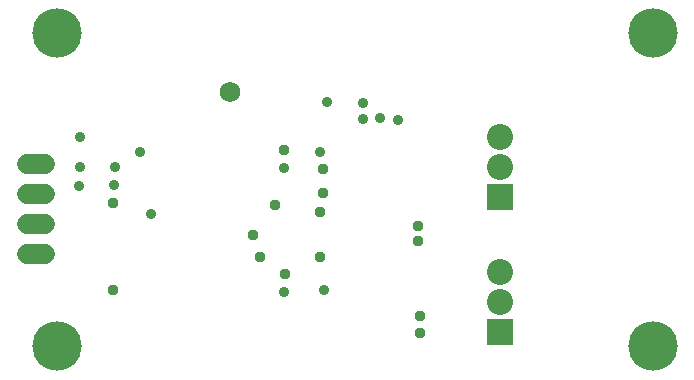
<source format=gbr>
G04 EAGLE Gerber RS-274X export*
G75*
%MOMM*%
%FSLAX34Y34*%
%LPD*%
%INSoldermask Bottom*%
%IPPOS*%
%AMOC8*
5,1,8,0,0,1.08239X$1,22.5*%
G01*
%ADD10C,4.191000*%
%ADD11C,2.203200*%
%ADD12R,2.203200X2.203200*%
%ADD13C,1.727200*%
%ADD14C,0.959600*%
%ADD15C,0.914400*%
%ADD16C,1.727200*%


D10*
X548894Y304165D03*
X548894Y39116D03*
X44069Y304165D03*
X44069Y39116D03*
D11*
X419100Y76200D03*
D12*
X419100Y50800D03*
D11*
X419100Y101600D03*
X419100Y190500D03*
D12*
X419100Y165100D03*
D11*
X419100Y215900D03*
D13*
X34036Y193040D02*
X18796Y193040D01*
X18796Y167640D02*
X34036Y167640D01*
X34036Y142240D02*
X18796Y142240D01*
X18796Y116840D02*
X34036Y116840D01*
D14*
X215900Y114300D03*
X210058Y132842D03*
X91440Y160020D03*
X91440Y86360D03*
X351790Y50292D03*
X351790Y64262D03*
X349758Y127762D03*
X350012Y140716D03*
X270002Y189484D03*
X236982Y205232D03*
X270002Y169164D03*
D15*
X303530Y231648D03*
X124206Y151384D03*
D16*
X190500Y254000D03*
D15*
X332994Y230886D03*
X318262Y231902D03*
X63500Y215900D03*
X114300Y203200D03*
X236220Y85090D03*
X270510Y86360D03*
X303784Y244856D03*
X272796Y245618D03*
D14*
X237490Y100330D03*
X266700Y114300D03*
X266700Y152400D03*
X228854Y158750D03*
D15*
X266700Y203200D03*
X236474Y190246D03*
X62738Y175006D03*
X92964Y175768D03*
X63500Y190500D03*
X93726Y190500D03*
M02*

</source>
